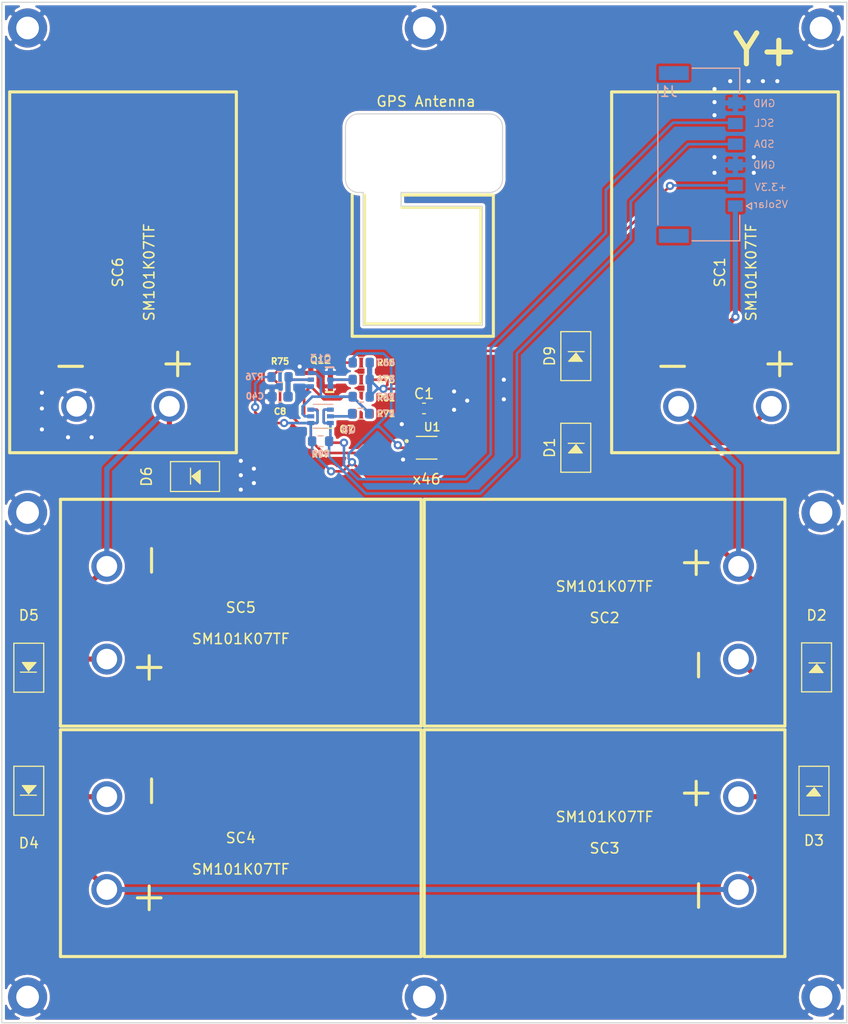
<source format=kicad_pcb>
(kicad_pcb (version 20171130) (host pcbnew "(5.1.10)-1")
  (layers (0 F.Cu signal) (31 B.Cu signal) (34 B.Paste user hide) (35 F.Paste user hide) (36 B.SilkS user) (37 F.SilkS user) (38 B.Mask user hide) (39 F.Mask user hide) (44 Edge.Cuts user))
  (net 0 "")
  (net 1 GND)
  (net 2 +3V3)
  (net 3 "Net-(D1-Pad2)")
  (net 4 "Net-(D1-Pad1)")
  (net 5 "Net-(D2-Pad2)")
  (net 6 "Net-(D3-Pad2)")
  (net 7 "Net-(D4-Pad2)")
  (net 8 "Net-(D5-Pad2)")
  (net 9 VSOLAR)
  (net 10 SCL)
  (net 11 SDA)
  (net 12 "Net-(C8-Pad1)")
  (net 13 "Net-(C40-Pad1)")
  (net 14 SCL_SUN)
  (net 15 "Net-(Q7-Pad2)")
  (net 16 "Net-(Q12-Pad6)")
  (net 17 SDA_SUN)
  (net 18 "Net-(Q8-Pad2)")
  (net 19 "Net-(Q13-Pad6)")
  (net 20 "Net-(Q12-Pad2)")
  (net 21 "Net-(Q13-Pad2)")
  (module sapling:AP.12F_Taoglas (layer F.Cu) (at 148.971 61.087)
    (fp_text reference REF** hide)
    (fp_text value AP.12F_Taoglas)
  )
  (module sapling:OPT3001 (layer F.Cu) (at 148.844 86.868)
    (fp_text reference U1 (at 0.54 -2.008) (layer F.SilkS) (effects (font (size 0.8 0.8))))
    (fp_text value OPT3001DNPT)
    (pad 1 smd rect (at -0.995 -0.65) (size 0.74 0.27) (layers F.Cu F.Paste F.Mask) (net 2 +3V3))
    (pad 2 smd rect (at -0.995 0) (size 0.74 0.27) (layers F.Cu F.Paste F.Mask) (net 17 SDA_SUN))
    (pad 3 smd rect (at -0.995 0.65) (size 0.74 0.27) (layers F.Cu F.Paste F.Mask) (net 1 GND))
    (pad 4 smd rect (at 0.995 0.65) (size 0.74 0.27) (layers F.Cu F.Paste F.Mask) (net 14 SCL_SUN))
    (pad 5 smd rect (at 0.995 0) (size 0.74 0.27) (layers F.Cu F.Paste F.Mask))
    (pad 6 smd rect (at 0.995 -0.65) (size 0.74 0.27) (layers F.Cu F.Paste F.Mask) (net 17 SDA_SUN))
    (pad 7 smd rect (at 0 0) (size 0.65 1.35) (layers F.Cu F.Mask) (net 1 GND))
  )
  (module sapling:DO-214AC (layer F.Cu) (at 163.322 86.868 270)
    (fp_text reference D1 (at 0 2.54 90) (layer F.SilkS))
    (fp_text value CDBA240LL-HF)
    (pad 1 smd rect (at -2 0 270) (size 2.5 1.7) (layers F.Cu F.Paste F.Mask) (net 4 "Net-(D1-Pad1)"))
    (pad 2 smd rect (at 2 0 270) (size 2.5 1.7) (layers F.Cu F.Paste F.Mask) (net 3 "Net-(D1-Pad2)"))
  )
  (module sapling:DO-214AC (layer F.Cu) (at 163.322 77.978 270)
    (fp_text reference D9 (at 0 2.54 90) (layer F.SilkS))
    (fp_text value CDBA240LL-HF)
    (pad 1 smd rect (at -2 0 270) (size 2.5 1.7) (layers F.Cu F.Paste F.Mask) (net 9 VSOLAR))
    (pad 2 smd rect (at 2 0 270) (size 2.5 1.7) (layers F.Cu F.Paste F.Mask) (net 4 "Net-(D1-Pad1)"))
  )
  (module sapling:DO-214AC (layer F.Cu) (at 186.436 120.142 270)
    (fp_text reference D3 (at 4.826 0 180) (layer F.SilkS))
    (fp_text value CDBA240LL-HF)
    (pad 1 smd rect (at -2 0 270) (size 2.5 1.7) (layers F.Cu F.Paste F.Mask) (net 5 "Net-(D2-Pad2)"))
    (pad 2 smd rect (at 2 0 270) (size 2.5 1.7) (layers F.Cu F.Paste F.Mask) (net 6 "Net-(D3-Pad2)"))
  )
  (module sapling:DO-214AC (layer F.Cu) (at 186.69 108.172 270)
    (fp_text reference D2 (at -5.048 0) (layer F.SilkS))
    (fp_text value CDBA240LL-HF)
    (pad 1 smd rect (at -2 0 270) (size 2.5 1.7) (layers F.Cu F.Paste F.Mask) (net 3 "Net-(D1-Pad2)"))
    (pad 2 smd rect (at 2 0 270) (size 2.5 1.7) (layers F.Cu F.Paste F.Mask) (net 5 "Net-(D2-Pad2)"))
  )
  (module sapling:SM101K07TF (layer F.Cu) (at 119.38 69.85 270)
    (fp_text reference SC6 (at 0 0.5 90) (layer F.SilkS))
    (fp_text value SM101K07TF (at 0 -2.54 90) (layer F.SilkS))
    (fp_text user + (at 8.89 -5.08 90) (layer F.SilkS) (effects (font (size 3 3) (thickness 0.3))))
    (fp_text user - (at 8.89 5.08) (layer F.SilkS) (effects (font (size 3 3) (thickness 0.3))))
    (pad 1 thru_hole circle (at 13 -4.5 270) (size 3 3) (drill 2) (layers *.Cu *.Mask) (net 8 "Net-(D5-Pad2)"))
    (pad 2 thru_hole circle (at 13 4.5 270) (size 3 3) (drill 2) (layers *.Cu *.Mask) (net 1 GND))
  )
  (module sapling:SM101K07TF (layer F.Cu) (at 166.116 102.87)
    (fp_text reference SC2 (at 0 0.5) (layer F.SilkS))
    (fp_text value SM101K07TF (at 0 -2.54) (layer F.SilkS))
    (fp_text user + (at 8.89 -5.08) (layer F.SilkS) (effects (font (size 3 3) (thickness 0.3))))
    (fp_text user - (at 8.89 5.08 -270) (layer F.SilkS) (effects (font (size 3 3) (thickness 0.3))))
    (pad 1 thru_hole circle (at 13 -4.5) (size 3 3) (drill 2) (layers *.Cu *.Mask) (net 3 "Net-(D1-Pad2)"))
    (pad 2 thru_hole circle (at 13 4.5) (size 3 3) (drill 2) (layers *.Cu *.Mask) (net 5 "Net-(D2-Pad2)"))
  )
  (module Resistor_SMD:R_0603_1608Metric (layer B.Cu) (at 142.431 83.566)
    (fp_text reference R72 (at 2.4506 -0.0254) (layer B.SilkS) (effects (font (size 0.6 0.6)) (justify mirror)))
    (fp_text value 680)
    (pad 2 smd roundrect (at 0.825 0) (size 0.8 0.95) (layers B.Cu B.Paste B.Mask) (net 19 "Net-(Q13-Pad6)"))
    (pad 1 smd roundrect (at -0.825 0) (size 0.8 0.95) (layers B.Cu B.Paste B.Mask) (net 18 "Net-(Q8-Pad2)"))
  )
  (module Resistor_SMD:R_0603_1608Metric (layer F.Cu) (at 142.494 83.566)
    (fp_text reference R71 (at 2.413 0) (layer F.SilkS) (effects (font (size 0.6 0.6))))
    (fp_text value 680)
    (pad 2 smd roundrect (at 0.825 0) (size 0.8 0.95) (layers F.Cu F.Paste F.Mask) (net 16 "Net-(Q12-Pad6)"))
    (pad 1 smd roundrect (at -0.825 0) (size 0.8 0.95) (layers F.Cu F.Paste F.Mask) (net 15 "Net-(Q7-Pad2)"))
  )
  (module Package_TO_SOT_SMD:SOT-363_SC-70-6 (layer F.Cu) (at 138.557 83.82 180)
    (fp_text reference Q7 (at -2.54 -1.27) (layer F.SilkS) (effects (font (size 0.7 0.7))))
    (fp_text value MBT2222ADW1T1)
    (pad 6 smd rect (at 0.95 -0.65 180) (size 0.65 0.4) (layers F.Cu F.Paste F.Mask) (net 14 SCL_SUN))
    (pad 4 smd rect (at 0.95 0.65 180) (size 0.65 0.4) (layers F.Cu F.Paste F.Mask) (net 14 SCL_SUN))
    (pad 2 smd rect (at -0.95 0 180) (size 0.65 0.4) (layers F.Cu F.Paste F.Mask) (net 15 "Net-(Q7-Pad2)"))
    (pad 5 smd rect (at 0.95 0 180) (size 0.65 0.4) (layers F.Cu F.Paste F.Mask) (net 16 "Net-(Q12-Pad6)"))
    (pad 3 smd rect (at -0.95 0.65 180) (size 0.65 0.4) (layers F.Cu F.Paste F.Mask) (net 10 SCL))
    (pad 1 smd rect (at -0.95 -0.65 180) (size 0.65 0.4) (layers F.Cu F.Paste F.Mask) (net 10 SCL))
  )
  (module Resistor_SMD:R_0603_1608Metric (layer F.Cu) (at 142.494 81.915 180)
    (fp_text reference R61 (at -2.413 -0.127) (layer F.SilkS) (effects (font (size 0.6 0.6))))
    (fp_text value 10K)
    (pad 2 smd roundrect (at 0.825 0 180) (size 0.8 0.95) (layers F.Cu F.Paste F.Mask) (net 16 "Net-(Q12-Pad6)"))
    (pad 1 smd roundrect (at -0.825 0 180) (size 0.8 0.95) (layers F.Cu F.Paste F.Mask) (net 2 +3V3))
  )
  (module Resistor_SMD:R_0603_1608Metric (layer B.Cu) (at 142.494 80.264 180)
    (fp_text reference R74 (at -2.3876 0.0762) (layer B.SilkS) (effects (font (size 0.6 0.6)) (justify mirror)))
    (fp_text value 100K)
    (pad 2 smd roundrect (at 0.825 0 180) (size 0.8 0.95) (layers B.Cu B.Paste B.Mask) (net 21 "Net-(Q13-Pad2)"))
    (pad 1 smd roundrect (at -0.825 0 180) (size 0.8 0.95) (layers B.Cu B.Paste B.Mask) (net 2 +3V3))
  )
  (module Capacitor_SMD:C_0603_1608Metric (layer B.Cu) (at 134.62 81.915 180)
    (fp_text reference C40 (at 2.4384 0.0508) (layer B.SilkS) (effects (font (size 0.6 0.6)) (justify mirror)))
    (fp_text value 10nF)
    (pad 2 smd roundrect (at 0.775 0 180) (size 0.9 0.95) (layers B.Cu B.Paste B.Mask) (net 1 GND))
    (pad 1 smd roundrect (at -0.775 0 180) (size 0.9 0.95) (layers B.Cu B.Paste B.Mask) (net 13 "Net-(C40-Pad1)"))
  )
  (module Resistor_SMD:R_0603_1608Metric (layer F.Cu) (at 142.494 78.613 180)
    (fp_text reference R66 (at -2.413 0) (layer F.SilkS) (effects (font (size 0.6 0.6))))
    (fp_text value 10K)
    (pad 2 smd roundrect (at 0.825 0 180) (size 0.8 0.95) (layers F.Cu F.Paste F.Mask) (net 14 SCL_SUN))
    (pad 1 smd roundrect (at -0.825 0 180) (size 0.8 0.95) (layers F.Cu F.Paste F.Mask) (net 2 +3V3))
  )
  (module Resistor_SMD:R_0603_1608Metric (layer B.Cu) (at 142.494 78.613 180)
    (fp_text reference R67 (at -2.3876 0) (layer B.SilkS) (effects (font (size 0.6 0.6)) (justify mirror)))
    (fp_text value 10K)
    (pad 2 smd roundrect (at 0.825 0 180) (size 0.8 0.95) (layers B.Cu B.Paste B.Mask) (net 17 SDA_SUN))
    (pad 1 smd roundrect (at -0.825 0 180) (size 0.8 0.95) (layers B.Cu B.Paste B.Mask) (net 2 +3V3))
  )
  (module sapling:BSS138DWQ-7 (layer B.Cu) (at 138.557 80.264 180)
    (fp_text reference Q13 (at 0 2.06) (layer B.SilkS) (effects (font (size 0.7 0.7) (thickness 0.127)) (justify mirror)))
    (fp_text value BSS138DWQ-7 hide)
    (pad 6 smd rect (at 0.95 0.65 90) (size 0.4 0.6) (layers B.Cu B.Paste B.Mask) (net 19 "Net-(Q13-Pad6)"))
    (pad 5 smd rect (at 0.95 0 90) (size 0.4 0.6) (layers B.Cu B.Paste B.Mask) (net 13 "Net-(C40-Pad1)"))
    (pad 4 smd rect (at 0.95 -0.65 90) (size 0.4 0.6) (layers B.Cu B.Paste B.Mask) (net 1 GND))
    (pad 3 smd rect (at -0.95 -0.65 90) (size 0.4 0.6) (layers B.Cu B.Paste B.Mask) (net 21 "Net-(Q13-Pad2)"))
    (pad 2 smd rect (at -0.95 0 90) (size 0.4 0.6) (layers B.Cu B.Paste B.Mask) (net 21 "Net-(Q13-Pad2)"))
    (pad 1 smd rect (at -0.95 0.65 90) (size 0.4 0.6) (layers B.Cu B.Paste B.Mask) (net 1 GND))
  )
  (module Resistor_SMD:R_0603_1608Metric (layer F.Cu) (at 134.62 80.01)
    (fp_text reference R75 (at 0 -1.524) (layer F.SilkS) (effects (font (size 0.6 0.6))))
    (fp_text value 200K)
    (pad 2 smd roundrect (at 0.825 0) (size 0.8 0.95) (layers F.Cu F.Paste F.Mask) (net 12 "Net-(C8-Pad1)"))
    (pad 1 smd roundrect (at -0.825 0) (size 0.8 0.95) (layers F.Cu F.Paste F.Mask) (net 14 SCL_SUN))
  )
  (module Capacitor_SMD:C_0603_1608Metric (layer F.Cu) (at 134.62 81.915 180)
    (fp_text reference C8 (at 0 -1.43) (layer F.SilkS) (effects (font (size 0.6 0.6))))
    (fp_text value 10nF)
    (pad 2 smd roundrect (at 0.775 0 180) (size 0.9 0.95) (layers F.Cu F.Paste F.Mask) (net 1 GND))
    (pad 1 smd roundrect (at -0.775 0 180) (size 0.9 0.95) (layers F.Cu F.Paste F.Mask) (net 12 "Net-(C8-Pad1)"))
  )
  (module Resistor_SMD:R_0603_1608Metric (layer B.Cu) (at 134.62 80.01)
    (fp_text reference R76 (at -2.4892 -0.0254) (layer B.SilkS) (effects (font (size 0.6 0.6)) (justify mirror)))
    (fp_text value 200K)
    (pad 2 smd roundrect (at 0.825 0) (size 0.8 0.95) (layers B.Cu B.Paste B.Mask) (net 13 "Net-(C40-Pad1)"))
    (pad 1 smd roundrect (at -0.825 0) (size 0.8 0.95) (layers B.Cu B.Paste B.Mask) (net 17 SDA_SUN))
  )
  (module Resistor_SMD:R_0603_1608Metric (layer F.Cu) (at 138.557 86.233)
    (fp_text reference R97 (at 0 1.27) (layer F.SilkS) (effects (font (size 0.6 0.6))))
    (fp_text value 0)
    (pad 2 smd roundrect (at 0.825 0) (size 0.8 0.95) (layers F.Cu F.Paste F.Mask) (net 10 SCL))
    (pad 1 smd roundrect (at -0.825 0) (size 0.8 0.95) (layers F.Cu F.Paste F.Mask) (net 14 SCL_SUN))
  )
  (module Package_TO_SOT_SMD:SOT-363_SC-70-6 (layer B.Cu) (at 138.557 83.82 180)
    (fp_text reference Q8 (at -2.7178 -1.2954) (layer B.SilkS) (effects (font (size 0.7 0.7)) (justify mirror)))
    (fp_text value MBT2222ADW1T1)
    (pad 6 smd rect (at 0.95 0.65 180) (size 0.65 0.4) (layers B.Cu B.Paste B.Mask) (net 17 SDA_SUN))
    (pad 4 smd rect (at 0.95 -0.65 180) (size 0.65 0.4) (layers B.Cu B.Paste B.Mask) (net 17 SDA_SUN))
    (pad 2 smd rect (at -0.95 0 180) (size 0.65 0.4) (layers B.Cu B.Paste B.Mask) (net 18 "Net-(Q8-Pad2)"))
    (pad 5 smd rect (at 0.95 0 180) (size 0.65 0.4) (layers B.Cu B.Paste B.Mask) (net 19 "Net-(Q13-Pad6)"))
    (pad 3 smd rect (at -0.95 -0.65 180) (size 0.65 0.4) (layers B.Cu B.Paste B.Mask) (net 11 SDA))
    (pad 1 smd rect (at -0.95 0.65 180) (size 0.65 0.4) (layers B.Cu B.Paste B.Mask) (net 11 SDA))
  )
  (module Resistor_SMD:R_0603_1608Metric (layer B.Cu) (at 138.557 86.233)
    (fp_text reference R98 (at 0.0254 1.2192) (layer B.SilkS) (effects (font (size 0.6 0.6)) (justify mirror)))
    (fp_text value 0)
    (pad 2 smd roundrect (at 0.825 0) (size 0.8 0.95) (layers B.Cu B.Paste B.Mask) (net 11 SDA))
    (pad 1 smd roundrect (at -0.825 0) (size 0.8 0.95) (layers B.Cu B.Paste B.Mask) (net 17 SDA_SUN))
  )
  (module sapling:BSS138DWQ-7 (layer F.Cu) (at 138.557 80.264 180)
    (fp_text reference Q12 (at 0 1.905) (layer F.SilkS) (effects (font (size 0.7 0.7) (thickness 0.127))))
    (fp_text value BSS138DWQ-7 hide)
    (pad 6 smd rect (at 0.95 -0.65 270) (size 0.4 0.6) (layers F.Cu F.Paste F.Mask) (net 16 "Net-(Q12-Pad6)"))
    (pad 5 smd rect (at 0.95 0 270) (size 0.4 0.6) (layers F.Cu F.Paste F.Mask) (net 12 "Net-(C8-Pad1)"))
    (pad 4 smd rect (at 0.95 0.65 270) (size 0.4 0.6) (layers F.Cu F.Paste F.Mask) (net 1 GND))
    (pad 3 smd rect (at -0.95 0.65 270) (size 0.4 0.6) (layers F.Cu F.Paste F.Mask) (net 20 "Net-(Q12-Pad2)"))
    (pad 2 smd rect (at -0.95 0 270) (size 0.4 0.6) (layers F.Cu F.Paste F.Mask) (net 20 "Net-(Q12-Pad2)"))
    (pad 1 smd rect (at -0.95 -0.65 270) (size 0.4 0.6) (layers F.Cu F.Paste F.Mask) (net 1 GND))
  )
  (module Capacitor_SMD:C_0603_1608Metric (layer F.Cu) (at 148.59 83.058)
    (fp_text reference C1 (at 0 -1.43) (layer F.SilkS))
    (fp_text value 100nF)
    (pad 2 smd roundrect (at 0.775 0) (size 0.9 0.95) (layers F.Cu F.Paste F.Mask) (net 1 GND))
    (pad 1 smd roundrect (at -0.775 0) (size 0.9 0.95) (layers F.Cu F.Paste F.Mask) (net 2 +3V3))
  )
  (module Resistor_SMD:R_0603_1608Metric (layer B.Cu) (at 142.494 81.915 180)
    (fp_text reference R62 (at -2.3876 0) (layer B.SilkS) (effects (font (size 0.6 0.6)) (justify mirror)))
    (fp_text value 10K)
    (pad 2 smd roundrect (at 0.825 0 180) (size 0.8 0.95) (layers B.Cu B.Paste B.Mask) (net 19 "Net-(Q13-Pad6)"))
    (pad 1 smd roundrect (at -0.825 0 180) (size 0.8 0.95) (layers B.Cu B.Paste B.Mask) (net 2 +3V3))
  )
  (module Resistor_SMD:R_0603_1608Metric (layer F.Cu) (at 142.494 80.264 180)
    (fp_text reference R73 (at -2.413 0) (layer F.SilkS) (effects (font (size 0.6 0.6))))
    (fp_text value 100K)
    (pad 2 smd roundrect (at 0.825 0 180) (size 0.8 0.95) (layers F.Cu F.Paste F.Mask) (net 20 "Net-(Q12-Pad2)"))
    (pad 1 smd roundrect (at -0.825 0 180) (size 0.8 0.95) (layers F.Cu F.Paste F.Mask) (net 2 +3V3))
  )
  (module sapling:SM101K07TF (layer F.Cu) (at 130.81 102.87 180)
    (fp_text reference SC5 (at 0 0.5) (layer F.SilkS))
    (fp_text value SM101K07TF (at 0 -2.54) (layer F.SilkS))
    (fp_text user - (at 8.89 5.08 90) (layer F.SilkS) (effects (font (size 3 3) (thickness 0.3))))
    (fp_text user + (at 8.89 -5.08) (layer F.SilkS) (effects (font (size 3 3) (thickness 0.3))))
    (pad 2 thru_hole circle (at 13 4.5 180) (size 3 3) (drill 2) (layers *.Cu *.Mask) (net 8 "Net-(D5-Pad2)"))
    (pad 1 thru_hole circle (at 13 -4.5 180) (size 3 3) (drill 2) (layers *.Cu *.Mask) (net 7 "Net-(D4-Pad2)"))
  )
  (module sapling:SM101K07TF (layer F.Cu) (at 130.81 125.222 180)
    (fp_text reference SC4 (at 0 0.5) (layer F.SilkS))
    (fp_text value SM101K07TF (at 0 -2.54) (layer F.SilkS))
    (fp_text user - (at 8.89 5.08 90) (layer F.SilkS) (effects (font (size 3 3) (thickness 0.3))))
    (fp_text user + (at 8.89 -5.08) (layer F.SilkS) (effects (font (size 3 3) (thickness 0.3))))
    (pad 2 thru_hole circle (at 13 4.5 180) (size 3 3) (drill 2) (layers *.Cu *.Mask) (net 7 "Net-(D4-Pad2)"))
    (pad 1 thru_hole circle (at 13 -4.5 180) (size 3 3) (drill 2) (layers *.Cu *.Mask) (net 6 "Net-(D3-Pad2)"))
  )
  (module sapling:SM101K07TF (layer F.Cu) (at 177.8 69.85 270)
    (fp_text reference SC1 (at 0 0.5 90) (layer F.SilkS))
    (fp_text value SM101K07TF (at 0 -2.54 90) (layer F.SilkS))
    (fp_text user - (at 8.89 5.08) (layer F.SilkS) (effects (font (size 3 3) (thickness 0.3))))
    (fp_text user + (at 8.89 -5.08 90) (layer F.SilkS) (effects (font (size 3 3) (thickness 0.3))))
    (pad 2 thru_hole circle (at 13 4.5 270) (size 3 3) (drill 2) (layers *.Cu *.Mask) (net 3 "Net-(D1-Pad2)"))
    (pad 1 thru_hole circle (at 13 -4.5 270) (size 3 3) (drill 2) (layers *.Cu *.Mask) (net 4 "Net-(D1-Pad1)"))
  )
  (module MountingHole:MountingHole_2.2mm_M2_DIN965_Pad_TopBottom (layer F.Cu) (at 110.12 93.15)
    (fp_text reference H8)
    (fp_text value MountingHole_Pad)
    (pad 1 connect circle (at 0 0) (size 3.8 3.8) (layers B.Cu B.Mask) (net 1 GND))
    (pad 1 connect circle (at 0 0) (size 3.8 3.8) (layers F.Cu F.Mask) (net 1 GND))
    (pad 1 thru_hole circle (at 0 0) (size 2.6 2.6) (drill 2.2) (layers *.Cu *.Mask) (net 1 GND))
  )
  (module MountingHole:MountingHole_2.2mm_M2_DIN965_Pad_TopBottom (layer F.Cu) (at 110.12 140.15)
    (fp_text reference H7)
    (fp_text value MountingHole_Pad)
    (pad 1 connect circle (at 0 0) (size 3.8 3.8) (layers B.Cu B.Mask) (net 1 GND))
    (pad 1 connect circle (at 0 0) (size 3.8 3.8) (layers F.Cu F.Mask) (net 1 GND))
    (pad 1 thru_hole circle (at 0 0) (size 2.6 2.6) (drill 2.2) (layers *.Cu *.Mask) (net 1 GND))
  )
  (module MountingHole:MountingHole_2.2mm_M2_DIN965_Pad_TopBottom (layer F.Cu) (at 148.62 140.15)
    (fp_text reference H6)
    (fp_text value MountingHole_Pad)
    (pad 1 connect circle (at 0 0) (size 3.8 3.8) (layers B.Cu B.Mask) (net 1 GND))
    (pad 1 connect circle (at 0 0) (size 3.8 3.8) (layers F.Cu F.Mask) (net 1 GND))
    (pad 1 thru_hole circle (at 0 0) (size 2.6 2.6) (drill 2.2) (layers *.Cu *.Mask) (net 1 GND))
  )
  (module MountingHole:MountingHole_2.2mm_M2_DIN965_Pad_TopBottom (layer F.Cu) (at 187.12 140.15)
    (fp_text reference H5)
    (fp_text value MountingHole_Pad)
    (pad 1 connect circle (at 0 0) (size 3.8 3.8) (layers B.Cu B.Mask) (net 1 GND))
    (pad 1 connect circle (at 0 0) (size 3.8 3.8) (layers F.Cu F.Mask) (net 1 GND))
    (pad 1 thru_hole circle (at 0 0) (size 2.6 2.6) (drill 2.2) (layers *.Cu *.Mask) (net 1 GND))
  )
  (module MountingHole:MountingHole_2.2mm_M2_DIN965_Pad_TopBottom (layer F.Cu) (at 187.12 93.15)
    (fp_text reference H4)
    (fp_text value MountingHole_Pad)
    (pad 1 connect circle (at 0 0) (size 3.8 3.8) (layers B.Cu B.Mask) (net 1 GND))
    (pad 1 connect circle (at 0 0) (size 3.8 3.8) (layers F.Cu F.Mask) (net 1 GND))
    (pad 1 thru_hole circle (at 0 0) (size 2.6 2.6) (drill 2.2) (layers *.Cu *.Mask) (net 1 GND))
  )
  (module MountingHole:MountingHole_2.2mm_M2_DIN965_Pad_TopBottom (layer F.Cu) (at 187.12 46.15)
    (fp_text reference H3)
    (fp_text value MountingHole_Pad)
    (pad 1 connect circle (at 0 0) (size 3.8 3.8) (layers B.Cu B.Mask) (net 1 GND))
    (pad 1 connect circle (at 0 0) (size 3.8 3.8) (layers F.Cu F.Mask) (net 1 GND))
    (pad 1 thru_hole circle (at 0 0) (size 2.6 2.6) (drill 2.2) (layers *.Cu *.Mask) (net 1 GND))
  )
  (module MountingHole:MountingHole_2.2mm_M2_DIN965_Pad_TopBottom (layer F.Cu) (at 148.62 46.15)
    (fp_text reference H2)
    (fp_text value MountingHole_Pad)
    (pad 1 connect circle (at 0 0) (size 3.8 3.8) (layers B.Cu B.Mask) (net 1 GND))
    (pad 1 connect circle (at 0 0) (size 3.8 3.8) (layers F.Cu F.Mask) (net 1 GND))
    (pad 1 thru_hole circle (at 0 0) (size 2.6 2.6) (drill 2.2) (layers *.Cu *.Mask) (net 1 GND))
  )
  (module MountingHole:MountingHole_2.2mm_M2_DIN965_Pad_TopBottom (layer F.Cu) (at 110.12 46.15)
    (fp_text reference H1)
    (fp_text value MountingHole_Pad)
    (pad 1 connect circle (at 0 0) (size 3.8 3.8) (layers B.Cu B.Mask) (net 1 GND))
    (pad 1 connect circle (at 0 0) (size 3.8 3.8) (layers F.Cu F.Mask) (net 1 GND))
    (pad 1 thru_hole circle (at 0 0) (size 2.6 2.6) (drill 2.2) (layers *.Cu *.Mask) (net 1 GND))
  )
  (module sapling:DO-214AC (layer F.Cu) (at 126.365 89.662)
    (fp_text reference D6 (at -4.699 0 90) (layer F.SilkS))
    (fp_text value CDBA240LL-HF)
    (pad 2 smd rect (at 2 0) (size 2.5 1.7) (layers F.Cu F.Paste F.Mask) (net 1 GND))
    (pad 1 smd rect (at -2 0) (size 2.5 1.7) (layers F.Cu F.Paste F.Mask) (net 8 "Net-(D5-Pad2)"))
  )
  (module sapling:DO-214AC (layer F.Cu) (at 110.236 108.204 90)
    (fp_text reference D5 (at 5.08 0 180) (layer F.SilkS))
    (fp_text value CDBA240LL-HF)
    (pad 1 smd rect (at -2 0 90) (size 2.5 1.7) (layers F.Cu F.Paste F.Mask) (net 7 "Net-(D4-Pad2)"))
    (pad 2 smd rect (at 2 0 90) (size 2.5 1.7) (layers F.Cu F.Paste F.Mask) (net 8 "Net-(D5-Pad2)"))
  )
  (module sapling:DO-214AC (layer F.Cu) (at 110.236 120.142 90)
    (fp_text reference D4 (at -5.08 0 180) (layer F.SilkS))
    (fp_text value CDBA240LL-HF)
    (pad 1 smd rect (at -2 0 90) (size 2.5 1.7) (layers F.Cu F.Paste F.Mask) (net 6 "Net-(D3-Pad2)"))
    (pad 2 smd rect (at 2 0 90) (size 2.5 1.7) (layers F.Cu F.Paste F.Mask) (net 7 "Net-(D4-Pad2)"))
  )
  (module sapling:SM101K07TF (layer F.Cu) (at 166.116 125.222)
    (fp_text reference SC3 (at 0 0.5) (layer F.SilkS))
    (fp_text value SM101K07TF (at 0 -2.54) (layer F.SilkS))
    (fp_text user + (at 8.89 -5.08) (layer F.SilkS) (effects (font (size 3 3) (thickness 0.3))))
    (fp_text user - (at 8.89 5.08 90) (layer F.SilkS) (effects (font (size 3 3) (thickness 0.3))))
    (pad 1 thru_hole circle (at 13 -4.5) (size 3 3) (drill 2) (layers *.Cu *.Mask) (net 5 "Net-(D2-Pad2)"))
    (pad 2 thru_hole circle (at 13 4.5) (size 3 3) (drill 2) (layers *.Cu *.Mask) (net 6 "Net-(D3-Pad2)"))
  )
  (module sapling:MOLEX_2053380006 (layer B.Cu) (at 175.26 58.42 270)
    (fp_text reference J1 (at -6.096 2.921 180) (layer B.SilkS) (effects (justify mirror)))
    (fp_text value Conn_01x06)
    (pad 6 smd rect (at -5 -3.55 270) (size 1.1 1.45) (layers B.Cu B.Paste) (net 1 GND))
    (pad 5 smd rect (at -3 -3.55 270) (size 1.1 1.45) (layers B.Cu B.Paste) (net 10 SCL))
    (pad 4 smd rect (at -1 -3.55 270) (size 1.1 1.45) (layers B.Cu B.Paste) (net 11 SDA))
    (pad 3 smd rect (at 1 -3.55 270) (size 1.1 1.45) (layers B.Cu B.Paste) (net 1 GND))
    (pad 2 smd rect (at 3 -3.55 270) (size 1.1 1.45) (layers B.Cu B.Paste) (net 2 +3V3))
    (pad S1 smd rect (at 7.895 2.425 270) (size 1.35 2.9) (layers B.Cu B.Paste))
    (pad S2 smd rect (at -7.895 2.425 270) (size 1.35 2.9) (layers B.Cu B.Paste))
    (pad 1 smd rect (at 5 -3.55 270) (size 1.1 1.45) (layers B.Cu B.Paste) (net 9 VSOLAR))
  )
  (gr_line (start 146.3675 62.103) (end 146.3675 63.4365) (layer Edge.Cuts) (width 0.1))
  (gr_line (start 146.3675 62.103) (end 154.94 62.103) (layer Edge.Cuts) (width 0.1))
  (gr_line (start 142.6845 74.9935) (end 142.6845 62.103) (layer Edge.Cuts) (width 0.1))
  (gr_line (start 154.2415 74.9935) (end 142.6845 74.9935) (layer Edge.Cuts) (width 0.1))
  (gr_line (start 154.2415 63.4365) (end 154.2415 74.9935) (layer Edge.Cuts) (width 0.1))
  (gr_line (start 146.3675 63.4365) (end 154.2415 63.4365) (layer Edge.Cuts) (width 0.1))
  (gr_text "GPS Antenna" (at 148.7805 53.2765) (layer F.SilkS) (effects (font (size 1 1))))
  (gr_text Y+ (at 181.737 48.26) (layer F.SilkS) (effects (font (size 3 3) (thickness 0.5))))
  (gr_text VSolar (at 182.245 63.246) (layer B.SilkS) (effects (font (size 0.7 0.7) (thickness 0.1)) (justify mirror)))
  (gr_text +3.3V (at 182.245 61.595) (layer B.SilkS) (effects (font (size 0.7 0.7) (thickness 0.1)) (justify mirror)))
  (gr_text GND (at 181.61 59.436) (layer B.SilkS) (effects (font (size 0.7 0.7) (thickness 0.1)) (justify mirror)))
  (gr_text SDA (at 181.61 57.404) (layer B.SilkS) (effects (font (size 0.7 0.7) (thickness 0.1)) (justify mirror)))
  (gr_text SCL (at 181.61 55.372) (layer B.SilkS) (effects (font (size 0.7 0.7) (thickness 0.1)) (justify mirror)))
  (gr_text GND (at 181.61 53.467) (layer B.SilkS) (effects (font (size 0.7 0.7) (thickness 0.1)) (justify mirror)))
  (gr_arc (start 142.24 60.833) (end 140.97 60.833) (angle -90) (layer Edge.Cuts) (width 0.1))
  (gr_arc (start 142.24 55.753) (end 142.24 54.483) (angle -90) (layer Edge.Cuts) (width 0.1))
  (gr_arc (start 154.94 55.753) (end 156.21 55.753) (angle -90) (layer Edge.Cuts) (width 0.1))
  (gr_arc (start 154.94 60.833) (end 154.94 62.103) (angle -90) (layer Edge.Cuts) (width 0.1))
  (gr_line (start 140.97 55.753) (end 140.97 60.833) (layer Edge.Cuts) (width 0.1))
  (gr_line (start 154.94 54.483) (end 142.24 54.483) (layer Edge.Cuts) (width 0.1))
  (gr_line (start 156.21 60.833) (end 156.21 55.753) (layer Edge.Cuts) (width 0.1))
  (gr_line (start 142.24 62.103) (end 142.6845 62.103) (layer Edge.Cuts) (width 0.1))
  (gr_text x46 (at 148.844 89.916) (layer F.SilkS) (effects (font (size 1 1))))
  (gr_line (start 107.62 142.65) (end 107.62 43.65) (layer Edge.Cuts) (width 0.1))
  (gr_line (start 189.62 43.65) (end 189.62 142.65) (layer Edge.Cuts) (width 0.1))
  (gr_line (start 189.62 142.65) (end 107.62 142.65) (layer Edge.Cuts) (width 0.1))
  (gr_line (start 107.62 43.65) (end 189.62 43.65) (layer Edge.Cuts) (width 0.1))
  (via (at 176.784 52.07) (size 0.8) (drill 0.4) (layers F.Cu B.Cu) (net 1))
  (via (at 176.784 53.34) (size 0.8) (drill 0.4) (layers F.Cu B.Cu) (net 1))
  (via (at 176.784 54.61) (size 0.8) (drill 0.4) (layers F.Cu B.Cu) (net 1))
  (via (at 178.308 51.308) (size 0.8) (drill 0.4) (layers F.Cu B.Cu) (net 1))
  (via (at 180.086 51.308) (size 0.8) (drill 0.4) (layers F.Cu B.Cu) (net 1))
  (via (at 176.784 58.674) (size 0.8) (drill 0.4) (layers F.Cu B.Cu) (net 1))
  (via (at 176.784 60.198) (size 0.8) (drill 0.4) (layers F.Cu B.Cu) (net 1))
  (via (at 180.594 58.674) (size 0.8) (drill 0.4) (layers F.Cu B.Cu) (net 1))
  (via (at 180.594 60.198) (size 0.8) (drill 0.4) (layers F.Cu B.Cu) (net 1))
  (via (at 181.483 51.308) (size 0.8) (drill 0.4) (layers F.Cu B.Cu) (net 1))
  (via (at 182.88 51.308) (size 0.8) (drill 0.4) (layers F.Cu B.Cu) (net 1))
  (via (at 111.506 81.534) (size 0.8) (drill 0.4) (layers F.Cu B.Cu) (net 1))
  (via (at 111.506 83.058) (size 0.8) (drill 0.4) (layers F.Cu B.Cu) (net 1))
  (via (at 111.506 85.09) (size 0.8) (drill 0.4) (layers F.Cu B.Cu) (net 1))
  (via (at 114.046 85.852) (size 0.8) (drill 0.4) (layers F.Cu B.Cu) (net 1))
  (via (at 116.332 85.852) (size 0.8) (drill 0.4) (layers F.Cu B.Cu) (net 1))
  (via (at 132.08 88.9) (size 0.8) (drill 0.4) (layers F.Cu B.Cu) (net 1))
  (via (at 132.08 90.297) (size 0.8) (drill 0.4) (layers F.Cu B.Cu) (net 1))
  (via (at 130.81 88.138) (size 0.8) (drill 0.4) (layers F.Cu B.Cu) (net 1))
  (via (at 130.81 89.535) (size 0.8) (drill 0.4) (layers F.Cu B.Cu) (net 1))
  (via (at 130.81 90.932) (size 0.8) (drill 0.4) (layers F.Cu B.Cu) (net 1))
  (via (at 146.431 84.582) (size 0.8) (drill 0.4) (layers F.Cu B.Cu) (net 1))
  (via (at 146.558 88.011) (size 0.8) (drill 0.4) (layers F.Cu B.Cu) (net 1))
  (via (at 151.511 81.407) (size 0.8) (drill 0.4) (layers F.Cu B.Cu) (net 1))
  (via (at 151.511 83.185) (size 0.8) (drill 0.4) (layers F.Cu B.Cu) (net 1))
  (via (at 152.781 82.296) (size 0.8) (drill 0.4) (layers F.Cu B.Cu) (net 1))
  (via (at 136.525 78.994) (size 0.8) (drill 0.4) (layers F.Cu B.Cu) (net 1))
  (via (at 156.337 82.169) (size 0.8) (drill 0.4) (layers F.Cu B.Cu) (net 1))
  (via (at 156.337 80.264) (size 0.8) (drill 0.4) (layers F.Cu B.Cu) (net 1))
  (segment (start 144.653 81.153) (end 144.208 81.153) (width 0.25) (layer B.Cu) (net 2))
  (segment (start 144.653 81.153) (end 144.081 81.153) (width 0.25) (layer B.Cu) (net 2))
  (segment (start 145.034 80.772) (end 144.78 81.026) (width 0.25) (layer F.Cu) (net 2))
  (segment (start 147.815 86.184) (end 147.849 86.218) (width 0.25) (layer F.Cu) (net 2))
  (segment (start 147.815 83.058) (end 147.815 82.055) (width 0.25) (layer F.Cu) (net 2))
  (segment (start 147.815 82.055) (end 152.4 77.47) (width 0.25) (layer F.Cu) (net 2))
  (segment (start 152.4 77.47) (end 156.464 77.47) (width 0.25) (layer F.Cu) (net 2))
  (segment (start 146.913 81.153) (end 147.815 82.055) (width 0.25) (layer F.Cu) (net 2))
  (segment (start 144.653 81.153) (end 146.913 81.153) (width 0.25) (layer F.Cu) (net 2))
  (segment (start 147.815 83.058) (end 147.815 86.184) (width 0.25) (layer F.Cu) (net 2))
  (segment (start 143.319 78.613) (end 143.319 80.264) (width 0.5) (layer F.Cu) (net 2))
  (segment (start 143.319 81.915) (end 143.319 80.264) (width 0.5) (layer B.Cu) (net 2))
  (segment (start 143.319 80.264) (end 143.319 78.613) (width 0.5) (layer B.Cu) (net 2))
  (segment (start 144.081 81.153) (end 143.319 81.915) (width 0.25) (layer B.Cu) (net 2))
  (segment (start 144.208 81.153) (end 143.319 80.264) (width 0.25) (layer B.Cu) (net 2))
  (segment (start 144.78 81.026) (end 144.653 81.153) (width 0.25) (layer F.Cu) (net 2))
  (segment (start 145.034 80.264) (end 145.034 80.772) (width 0.25) (layer F.Cu) (net 2))
  (segment (start 145.034 80.264) (end 143.319 80.264) (width 0.25) (layer F.Cu) (net 2))
  (segment (start 143.319 80.264) (end 143.319 81.915) (width 0.5) (layer F.Cu) (net 2))
  (segment (start 144.653 81.153) (end 144.653 81.153) (width 0.25) (layer F.Cu) (net 2))
  (via (at 144.653 81.153) (size 0.8) (drill 0.4) (layers F.Cu B.Cu) (net 2))
  (segment (start 156.464 77.47) (end 172.466 61.468) (width 0.25) (layer F.Cu) (net 2))
  (segment (start 172.466 61.468) (end 172.466 61.468) (width 0.25) (layer F.Cu) (net 2))
  (via (at 172.466 61.468) (size 0.8) (drill 0.4) (layers F.Cu B.Cu) (net 2))
  (segment (start 172.514 61.42) (end 172.466 61.468) (width 0.25) (layer B.Cu) (net 2))
  (segment (start 178.81 61.42) (end 172.514 61.42) (width 0.25) (layer B.Cu) (net 2))
  (segment (start 186.69 105.944) (end 179.116 98.37) (width 0.5) (layer F.Cu) (net 3))
  (segment (start 186.69 106.172) (end 186.69 105.944) (width 0.5) (layer F.Cu) (net 3))
  (segment (start 179.116 88.666) (end 173.3 82.85) (width 0.5) (layer B.Cu) (net 3))
  (segment (start 179.116 98.37) (end 179.116 88.666) (width 0.5) (layer B.Cu) (net 3))
  (segment (start 169.614 88.868) (end 179.116 98.37) (width 0.5) (layer F.Cu) (net 3))
  (segment (start 163.322 88.868) (end 169.614 88.868) (width 0.5) (layer F.Cu) (net 3))
  (segment (start 163.322 84.868) (end 170.212 84.868) (width 0.5) (layer F.Cu) (net 4))
  (segment (start 170.212 84.868) (end 172.466 87.122) (width 0.5) (layer F.Cu) (net 4))
  (segment (start 178.028 87.122) (end 182.3 82.85) (width 0.5) (layer F.Cu) (net 4))
  (segment (start 172.466 87.122) (end 178.028 87.122) (width 0.5) (layer F.Cu) (net 4))
  (segment (start 163.322 84.868) (end 163.322 79.978) (width 0.5) (layer F.Cu) (net 4))
  (segment (start 183.856 120.722) (end 186.436 118.142) (width 0.5) (layer F.Cu) (net 5))
  (segment (start 179.116 120.722) (end 183.856 120.722) (width 0.5) (layer F.Cu) (net 5))
  (segment (start 181.918 110.172) (end 179.116 107.37) (width 0.5) (layer F.Cu) (net 5))
  (segment (start 186.69 110.172) (end 181.918 110.172) (width 0.5) (layer F.Cu) (net 5))
  (segment (start 186.436 110.426) (end 186.69 110.172) (width 0.5) (layer F.Cu) (net 5))
  (segment (start 186.436 118.142) (end 186.436 110.426) (width 0.5) (layer F.Cu) (net 5))
  (segment (start 110.236 122.148) (end 117.81 129.722) (width 0.5) (layer F.Cu) (net 6))
  (segment (start 110.236 122.142) (end 110.236 122.148) (width 0.5) (layer F.Cu) (net 6))
  (segment (start 186.436 122.402) (end 186.436 122.142) (width 0.5) (layer F.Cu) (net 6))
  (segment (start 179.116 129.722) (end 186.436 122.402) (width 0.5) (layer F.Cu) (net 6))
  (segment (start 117.81 129.722) (end 179.116 129.722) (width 0.5) (layer B.Cu) (net 6))
  (segment (start 112.816 120.722) (end 110.236 118.142) (width 0.5) (layer F.Cu) (net 7))
  (segment (start 117.81 120.722) (end 112.816 120.722) (width 0.5) (layer F.Cu) (net 7))
  (segment (start 113.07 107.37) (end 110.236 110.204) (width 0.5) (layer F.Cu) (net 7))
  (segment (start 117.81 107.37) (end 113.07 107.37) (width 0.5) (layer F.Cu) (net 7))
  (segment (start 110.236 118.142) (end 110.236 110.204) (width 0.5) (layer F.Cu) (net 7))
  (segment (start 110.236 105.944) (end 110.236 106.204) (width 0.5) (layer F.Cu) (net 8))
  (segment (start 117.81 98.37) (end 110.236 105.944) (width 0.5) (layer F.Cu) (net 8))
  (segment (start 117.81 88.92) (end 123.88 82.85) (width 0.5) (layer B.Cu) (net 8))
  (segment (start 117.81 98.37) (end 117.81 88.92) (width 0.5) (layer B.Cu) (net 8))
  (segment (start 123.88 89.177) (end 124.365 89.662) (width 0.5) (layer F.Cu) (net 8))
  (segment (start 123.88 82.85) (end 123.88 89.177) (width 0.5) (layer F.Cu) (net 8))
  (segment (start 163.322 75.978) (end 177.006 75.978) (width 0.5) (layer F.Cu) (net 9))
  (segment (start 177.006 75.978) (end 178.816 74.168) (width 0.5) (layer F.Cu) (net 9))
  (segment (start 178.816 74.168) (end 178.816 74.168) (width 0.5) (layer F.Cu) (net 9))
  (via (at 178.816 74.168) (size 0.8) (drill 0.4) (layers F.Cu B.Cu) (net 9))
  (segment (start 178.81 74.162) (end 178.816 74.168) (width 0.5) (layer B.Cu) (net 9))
  (segment (start 178.81 63.42) (end 178.81 74.162) (width 0.5) (layer B.Cu) (net 9))
  (segment (start 138.856999 84.394999) (end 138.856999 83.245001) (width 0.25) (layer F.Cu) (net 10))
  (segment (start 139.52721 86.37821) (end 139.382 86.233) (width 0.25) (layer F.Cu) (net 10))
  (segment (start 138.856999 83.245001) (end 138.932 83.17) (width 0.25) (layer F.Cu) (net 10))
  (segment (start 138.932 83.17) (end 139.507 83.17) (width 0.25) (layer F.Cu) (net 10))
  (segment (start 139.507 84.47) (end 138.932 84.47) (width 0.25) (layer F.Cu) (net 10))
  (segment (start 139.507 86.108) (end 139.382 86.233) (width 0.25) (layer F.Cu) (net 10))
  (segment (start 139.507 84.47) (end 139.507 86.108) (width 0.25) (layer F.Cu) (net 10))
  (segment (start 138.932 84.47) (end 138.856999 84.394999) (width 0.25) (layer F.Cu) (net 10))
  (segment (start 140.82479 86.37821) (end 140.82479 86.37821) (width 0.25) (layer B.Cu) (net 10))
  (segment (start 140.82479 86.37821) (end 139.52721 86.37821) (width 0.25) (layer F.Cu) (net 10))
  (segment (start 152.654 89.916) (end 142.182998 89.916) (width 0.25) (layer B.Cu) (net 10))
  (segment (start 140.82479 88.557792) (end 140.82479 86.37821) (width 0.25) (layer B.Cu) (net 10))
  (segment (start 155.067 87.503) (end 152.654 89.916) (width 0.25) (layer B.Cu) (net 10))
  (segment (start 142.182998 89.916) (end 140.82479 88.557792) (width 0.25) (layer B.Cu) (net 10))
  (via (at 140.82479 86.37821) (size 0.8) (drill 0.4) (layers F.Cu B.Cu) (net 10))
  (segment (start 155.067 87.503) (end 155.067 77.216) (width 0.25) (layer B.Cu) (net 10))
  (segment (start 155.067 77.216) (end 166.243 66.04) (width 0.25) (layer B.Cu) (net 10))
  (segment (start 166.243 66.04) (end 166.243 61.849) (width 0.25) (layer B.Cu) (net 10))
  (segment (start 178.725001 55.335001) (end 178.81 55.42) (width 0.25) (layer B.Cu) (net 10))
  (segment (start 172.756999 55.335001) (end 178.725001 55.335001) (width 0.25) (layer B.Cu) (net 10))
  (segment (start 166.243 61.849) (end 172.756999 55.335001) (width 0.25) (layer B.Cu) (net 10))
  (segment (start 139.507 84.47) (end 138.932 84.47) (width 0.25) (layer B.Cu) (net 11))
  (segment (start 138.932 84.47) (end 138.856999 84.394999) (width 0.25) (layer B.Cu) (net 11))
  (segment (start 138.856999 83.245001) (end 138.932 83.17) (width 0.25) (layer B.Cu) (net 11))
  (segment (start 138.856999 84.394999) (end 138.856999 83.245001) (width 0.25) (layer B.Cu) (net 11))
  (segment (start 138.932 83.17) (end 139.507 83.17) (width 0.25) (layer B.Cu) (net 11))
  (segment (start 139.507 86.108) (end 139.382 86.233) (width 0.25) (layer B.Cu) (net 11))
  (segment (start 139.507 84.47) (end 139.507 86.108) (width 0.25) (layer B.Cu) (net 11))
  (segment (start 139.382 87.751412) (end 139.382 86.233) (width 0.25) (layer B.Cu) (net 11))
  (segment (start 157.607 87.757) (end 154.051 91.313) (width 0.25) (layer B.Cu) (net 11))
  (segment (start 142.943588 91.313) (end 139.382 87.751412) (width 0.25) (layer B.Cu) (net 11))
  (segment (start 154.051 91.313) (end 142.943588 91.313) (width 0.25) (layer B.Cu) (net 11))
  (segment (start 174.228 57.42) (end 178.81 57.42) (width 0.25) (layer B.Cu) (net 11))
  (segment (start 157.607 87.757) (end 157.607 77.724) (width 0.25) (layer B.Cu) (net 11))
  (segment (start 168.656 62.992) (end 174.228 57.42) (width 0.25) (layer B.Cu) (net 11))
  (segment (start 168.656 66.675) (end 168.656 62.992) (width 0.25) (layer B.Cu) (net 11))
  (segment (start 157.607 77.724) (end 168.656 66.675) (width 0.25) (layer B.Cu) (net 11))
  (segment (start 135.699 80.264) (end 135.445 80.01) (width 0.25) (layer F.Cu) (net 12))
  (segment (start 135.395 80.06) (end 135.445 80.01) (width 0.5) (layer F.Cu) (net 12))
  (segment (start 135.395 81.915) (end 135.395 80.06) (width 0.5) (layer F.Cu) (net 12))
  (segment (start 137.607 80.264) (end 135.699 80.264) (width 0.25) (layer F.Cu) (net 12))
  (segment (start 135.699 80.264) (end 135.445 80.01) (width 0.25) (layer B.Cu) (net 13))
  (segment (start 135.395 80.06) (end 135.445 80.01) (width 0.5) (layer B.Cu) (net 13))
  (segment (start 137.607 80.264) (end 135.699 80.264) (width 0.25) (layer B.Cu) (net 13))
  (segment (start 135.395 81.915) (end 135.395 80.06) (width 0.5) (layer B.Cu) (net 13))
  (segment (start 137.732 86.297) (end 138.811 87.376) (width 0.25) (layer F.Cu) (net 14))
  (segment (start 138.257001 83.245001) (end 138.257001 84.394999) (width 0.25) (layer F.Cu) (net 14))
  (segment (start 138.182 84.47) (end 137.607 84.47) (width 0.25) (layer F.Cu) (net 14))
  (segment (start 140.208 78.105) (end 135.7 78.105) (width 0.25) (layer F.Cu) (net 14))
  (segment (start 134.62 82.677) (end 134.62 80.835) (width 0.25) (layer F.Cu) (net 14))
  (segment (start 137.607 84.47) (end 137.607 86.108) (width 0.25) (layer F.Cu) (net 14))
  (segment (start 137.732 86.233) (end 137.732 86.297) (width 0.25) (layer F.Cu) (net 14))
  (segment (start 141.669 78.613) (end 140.716 78.613) (width 0.25) (layer F.Cu) (net 14))
  (segment (start 138.257001 84.394999) (end 138.182 84.47) (width 0.25) (layer F.Cu) (net 14))
  (segment (start 137.607 84.47) (end 136.413 84.47) (width 0.25) (layer F.Cu) (net 14))
  (segment (start 137.607 83.17) (end 138.182 83.17) (width 0.25) (layer F.Cu) (net 14))
  (segment (start 137.607 86.108) (end 137.732 86.233) (width 0.25) (layer F.Cu) (net 14))
  (segment (start 140.716 78.613) (end 140.208 78.105) (width 0.25) (layer F.Cu) (net 14))
  (segment (start 135.7 78.105) (end 135.192 78.613) (width 0.25) (layer F.Cu) (net 14))
  (segment (start 134.62 80.835) (end 133.795 80.01) (width 0.25) (layer F.Cu) (net 14))
  (segment (start 138.811 87.376) (end 142.367 87.376) (width 0.25) (layer F.Cu) (net 14))
  (segment (start 136.413 84.47) (end 134.62 82.677) (width 0.25) (layer F.Cu) (net 14))
  (segment (start 135.192 78.613) (end 133.795 80.01) (width 0.25) (layer F.Cu) (net 14))
  (segment (start 138.182 83.17) (end 138.257001 83.245001) (width 0.25) (layer F.Cu) (net 14))
  (segment (start 142.367 87.376) (end 142.875 86.868) (width 0.25) (layer F.Cu) (net 14))
  (segment (start 145.415 87.376) (end 145.415 88.392) (width 0.25) (layer F.Cu) (net 14))
  (segment (start 145.415 88.392) (end 146.05 89.027) (width 0.25) (layer F.Cu) (net 14))
  (segment (start 142.875 86.868) (end 144.907 86.868) (width 0.25) (layer F.Cu) (net 14))
  (segment (start 149.839 88.286) (end 149.839 87.518) (width 0.25) (layer F.Cu) (net 14))
  (segment (start 146.05 89.027) (end 149.098 89.027) (width 0.25) (layer F.Cu) (net 14))
  (segment (start 144.907 86.868) (end 145.415 87.376) (width 0.25) (layer F.Cu) (net 14))
  (segment (start 149.098 89.027) (end 149.839 88.286) (width 0.25) (layer F.Cu) (net 14))
  (segment (start 141.669 83.566) (end 141.415 83.82) (width 0.25) (layer F.Cu) (net 15))
  (segment (start 141.415 83.82) (end 139.507 83.82) (width 0.25) (layer F.Cu) (net 15))
  (segment (start 136.956999 81.564001) (end 137.607 80.914) (width 0.25) (layer F.Cu) (net 16))
  (segment (start 137.607 83.82) (end 137.032 83.82) (width 0.25) (layer F.Cu) (net 16))
  (segment (start 138.608 81.915) (end 137.607 80.914) (width 0.25) (layer F.Cu) (net 16))
  (segment (start 141.669 81.915) (end 140.716 81.915) (width 0.25) (layer F.Cu) (net 16))
  (segment (start 143.319 83.565) (end 141.669 81.915) (width 0.25) (layer F.Cu) (net 16))
  (segment (start 138.862 82.169) (end 138.608 81.915) (width 0.25) (layer F.Cu) (net 16))
  (segment (start 143.319 83.566) (end 143.319 83.565) (width 0.25) (layer F.Cu) (net 16))
  (segment (start 140.462 82.169) (end 138.862 82.169) (width 0.25) (layer F.Cu) (net 16))
  (segment (start 140.716 81.915) (end 140.462 82.169) (width 0.25) (layer F.Cu) (net 16))
  (segment (start 137.032 83.82) (end 136.956999 83.744999) (width 0.25) (layer F.Cu) (net 16))
  (segment (start 136.956999 83.744999) (end 136.956999 81.564001) (width 0.25) (layer F.Cu) (net 16))
  (segment (start 138.257001 83.359999) (end 138.067002 83.17) (width 0.25) (layer B.Cu) (net 17))
  (segment (start 137.732 87.313) (end 139.573 89.154) (width 0.25) (layer B.Cu) (net 17))
  (segment (start 137.732 86.233) (end 137.732 87.313) (width 0.25) (layer B.Cu) (net 17))
  (segment (start 133.238 84.47) (end 132.207 83.439) (width 0.25) (layer F.Cu) (net 17))
  (segment (start 137.607 84.47) (end 135.016 84.47) (width 0.25) (layer B.Cu) (net 17))
  (segment (start 138.182 84.47) (end 138.257001 84.394999) (width 0.25) (layer B.Cu) (net 17))
  (segment (start 139.573 89.154) (end 140.716 89.154) (width 0.25) (layer F.Cu) (net 17))
  (segment (start 132.207 80.645) (end 132.842 80.01) (width 0.25) (layer B.Cu) (net 17))
  (segment (start 144.653 77.724) (end 145.415 78.486) (width 0.25) (layer B.Cu) (net 17))
  (segment (start 137.607 84.47) (end 137.607 86.108) (width 0.25) (layer B.Cu) (net 17))
  (segment (start 141.669 78.168) (end 142.113 77.724) (width 0.25) (layer B.Cu) (net 17))
  (segment (start 132.207 82.931) (end 132.207 80.645) (width 0.25) (layer B.Cu) (net 17))
  (segment (start 140.716 89.154) (end 141.605 88.265) (width 0.25) (layer F.Cu) (net 17))
  (segment (start 133.795 80.01) (end 133.8326 80.01) (width 0.25) (layer B.Cu) (net 17))
  (segment (start 141.605 88.265) (end 141.605 88.265) (width 0.25) (layer B.Cu) (net 17))
  (segment (start 137.607 84.47) (end 138.182 84.47) (width 0.25) (layer B.Cu) (net 17))
  (segment (start 132.207 83.439) (end 132.207 82.931) (width 0.25) (layer F.Cu) (net 17))
  (segment (start 138.067002 83.17) (end 137.607 83.17) (width 0.25) (layer B.Cu) (net 17))
  (segment (start 135.016 84.47) (end 133.238 84.47) (width 0.25) (layer F.Cu) (net 17))
  (segment (start 141.2748 87.9348) (end 141.605 88.265) (width 0.25) (layer B.Cu) (net 17))
  (segment (start 145.415 78.486) (end 145.415 83.312) (width 0.25) (layer B.Cu) (net 17))
  (segment (start 142.113 77.724) (end 144.653 77.724) (width 0.25) (layer B.Cu) (net 17))
  (segment (start 141.669 78.613) (end 141.669 78.168) (width 0.25) (layer B.Cu) (net 17))
  (segment (start 132.207 82.931) (end 132.207 82.931) (width 0.25) (layer F.Cu) (net 17))
  (segment (start 141.2748 87.4522) (end 141.2748 87.9348) (width 0.25) (layer B.Cu) (net 17))
  (segment (start 139.573 89.154) (end 139.573 89.154) (width 0.25) (layer B.Cu) (net 17))
  (segment (start 132.842 80.01) (end 133.795 80.01) (width 0.25) (layer B.Cu) (net 17))
  (segment (start 137.607 86.108) (end 137.732 86.233) (width 0.25) (layer B.Cu) (net 17))
  (segment (start 135.016 84.47) (end 135.016 84.47) (width 0.25) (layer B.Cu) (net 17))
  (segment (start 138.257001 84.394999) (end 138.257001 83.359999) (width 0.25) (layer B.Cu) (net 17))
  (segment (start 150.876 86.635) (end 150.459 86.218) (width 0.25) (layer F.Cu) (net 17))
  (segment (start 149.86 89.662) (end 150.876 88.646) (width 0.25) (layer F.Cu) (net 17))
  (segment (start 143.002 89.662) (end 149.86 89.662) (width 0.25) (layer F.Cu) (net 17))
  (segment (start 150.876 88.646) (end 150.876 86.635) (width 0.25) (layer F.Cu) (net 17))
  (segment (start 150.459 86.218) (end 149.839 86.218) (width 0.25) (layer F.Cu) (net 17))
  (segment (start 141.605 88.265) (end 143.002 89.662) (width 0.25) (layer F.Cu) (net 17))
  (via (at 135.016 84.47) (size 0.8) (drill 0.4) (layers F.Cu B.Cu) (net 17))
  (via (at 132.207 82.931) (size 0.8) (drill 0.4) (layers F.Cu B.Cu) (net 17))
  (via (at 139.573 89.154) (size 0.8) (drill 0.4) (layers F.Cu B.Cu) (net 17))
  (via (at 141.605 88.265) (size 0.8) (drill 0.4) (layers F.Cu B.Cu) (net 17))
  (segment (start 143.891 84.836) (end 144.272 84.836) (width 0.25) (layer B.Cu) (net 17))
  (segment (start 145.415 83.312) (end 143.891 84.836) (width 0.25) (layer B.Cu) (net 17))
  (segment (start 143.891 84.836) (end 141.2748 87.4522) (width 0.25) (layer B.Cu) (net 17))
  (segment (start 144.272 84.836) (end 146.05 86.614) (width 0.25) (layer B.Cu) (net 17))
  (segment (start 146.05 86.614) (end 146.05 86.614) (width 0.25) (layer B.Cu) (net 17))
  (via (at 146.05 86.614) (size 0.8) (drill 0.4) (layers F.Cu B.Cu) (net 17))
  (segment (start 146.304 86.868) (end 146.05 86.614) (width 0.25) (layer F.Cu) (net 17))
  (segment (start 147.849 86.868) (end 146.304 86.868) (width 0.25) (layer F.Cu) (net 17))
  (segment (start 141.606 83.566) (end 141.352 83.82) (width 0.25) (layer B.Cu) (net 18))
  (segment (start 141.352 83.82) (end 139.507 83.82) (width 0.25) (layer B.Cu) (net 18))
  (segment (start 137.032 83.82) (end 136.8044 83.5924) (width 0.25) (layer B.Cu) (net 19))
  (segment (start 143.256 83.502) (end 141.669 81.915) (width 0.25) (layer B.Cu) (net 19))
  (segment (start 143.256 83.566) (end 143.256 83.502) (width 0.25) (layer B.Cu) (net 19))
  (segment (start 138.5824 80.154398) (end 138.042002 79.614) (width 0.25) (layer B.Cu) (net 19))
  (segment (start 138.042002 79.614) (end 137.607 79.614) (width 0.25) (layer B.Cu) (net 19))
  (segment (start 136.8044 83.5924) (end 136.8044 82.862598) (width 0.25) (layer B.Cu) (net 19))
  (segment (start 136.8044 82.862598) (end 137.751998 81.915) (width 0.25) (layer B.Cu) (net 19))
  (segment (start 138.5824 81.915) (end 138.5824 80.154398) (width 0.25) (layer B.Cu) (net 19))
  (segment (start 137.751998 81.915) (end 138.5824 81.915) (width 0.25) (layer B.Cu) (net 19))
  (segment (start 138.5824 81.915) (end 141.669 81.915) (width 0.25) (layer B.Cu) (net 19))
  (segment (start 137.607 83.82) (end 137.032 83.82) (width 0.25) (layer B.Cu) (net 19))
  (segment (start 139.507 80.264) (end 141.669 80.264) (width 0.25) (layer F.Cu) (net 20))
  (segment (start 139.507 80.264) (end 139.507 79.614) (width 0.5) (layer F.Cu) (net 20))
  (segment (start 139.507 80.914) (end 139.507 80.264) (width 0.5) (layer B.Cu) (net 21))
  (segment (start 141.669 80.264) (end 139.507 80.264) (width 0.25) (layer B.Cu) (net 21))
  (zone (net 1) (net_name GND) (layer B.Cu) (connect_pads (clearance 0.254)) (min_thickness 0.2032) (fill yes (arc_segments 32) (thermal_gap 0.254) (thermal_bridge_width 0.508))
    (polygon (pts (xy 189.738 142.748) (xy 107.442 142.748) (xy 107.442 43.434) (xy 189.738 43.434)))
  )
  (zone (net 1) (net_name GND) (layer F.Cu) (connect_pads (clearance 0.254)) (min_thickness 0.2032) (fill yes (arc_segments 32) (thermal_gap 0.254) (thermal_bridge_width 0.508))
    (polygon (pts (xy 189.738 142.748) (xy 107.442 142.748) (xy 107.442 43.434) (xy 189.738 43.434)))
  )
)
</source>
